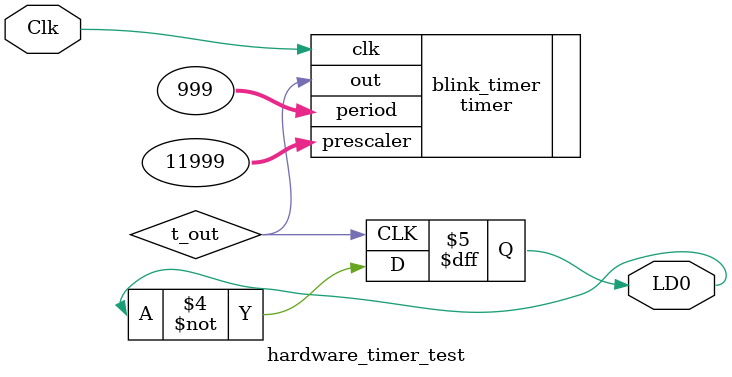
<source format=v>
`timescale 1ns / 1ps
module hardware_timer_test(
	input Clk, 
	output reg LD0
);

wire t_out;

timer blink_timer(
	.clk(Clk), 
	.prescaler(12000-1), 
	.period(1000-1), 
	.out(t_out)
);

always @(posedge t_out) begin
	LD0 <= ~LD0;
end

endmodule

</source>
